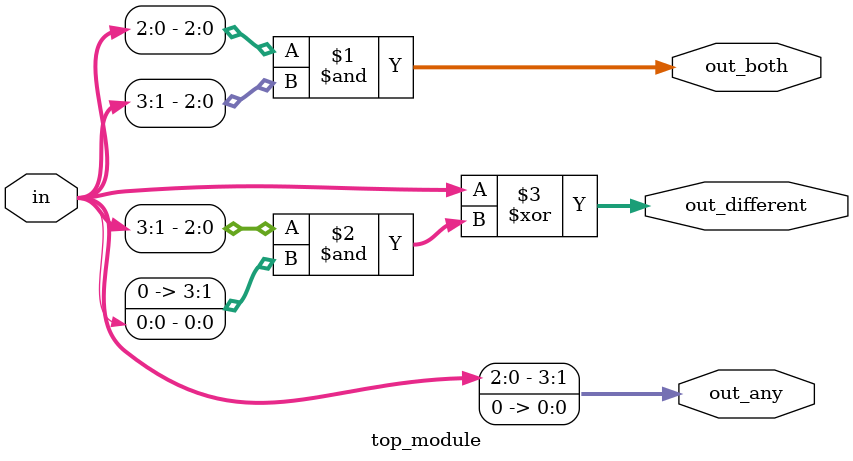
<source format=sv>
module top_module (
    input [3:0] in,
    output [2:0] out_both,
    output [3:0] out_any,
    output [3:0] out_different
);
    
    assign out_both = in[2:0] & in[3:1];
    assign out_any = {in[3:1], in[2:0], 1'b0};
    assign out_different = in ^ (in[3:1] & {1'b0, in[0]});
    
endmodule

</source>
